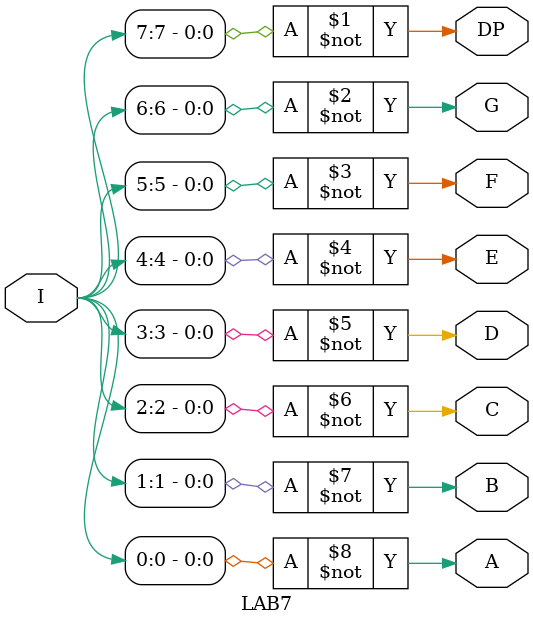
<source format=v>
/* Hexadecimal 7-Segment Decoder for 22V10 */
module LAB7(I, A, B, C, D, E, F, G, DP);
	input wire [0:7] I /* synthesis loc="2,3,4,5,6,7,8,9" */;
	output wire A;	/* synthesis loc="14" */
	output wire B;	/* synthesis loc="15" */
	output wire C;	/* synthesis loc="16" */
	output wire D;	/* synthesis loc="17" */
	output wire E;	/* synthesis loc="18" */
	output wire F;	/* synthesis loc="19" */
	output wire G;	/* synthesis loc="20" */
	output wire DP; /* synthesis loc="21" */
	
	
	assign DP = ~I[7];
	assign G = ~I[6];
	assign F = ~I[5];
	assign E = ~I[4];
	assign D = ~I[3];
	assign C = ~I[2];
	assign B = ~I[1];
	assign A = ~I[0];
	
endmodule



</source>
